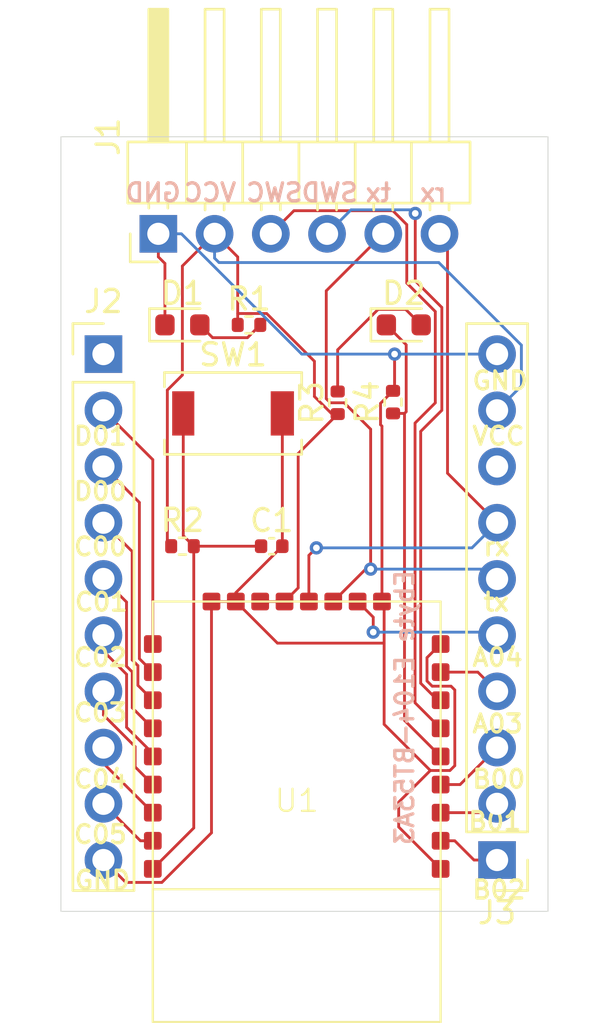
<source format=kicad_pcb>
(kicad_pcb (version 20241229) (generator "pcbnew") (generator_version "9.0")
  (layers (0 "F.Cu" signal "Front") (2 "B.Cu" signal "Back") (13 "F.Paste" user) (15 "B.Paste" user) (5 "F.SilkS" user "F.Silkscreen") (7 "B.SilkS" user "B.Silkscreen") (1 "F.Mask" user) (3 "B.Mask" user) (25 "Edge.Cuts" user))
  (net 0 "")
  (net 1 "GND")
  (net 2 "RST")
  (net 3 "Net-(D1-A)")
  (net 4 "Net-(D2-A)")
  (net 5 "usr_led")
  (net 6 "tx")
  (net 7 "swdclk")
  (net 8 "VCC")
  (net 9 "rx")
  (net 10 "swdio")
  (net 11 "PC02")
  (net 12 "PD01")
  (net 13 "PC03")
  (net 14 "PC05")
  (net 16 "PD00")
  (net 17 "PC00")
  (net 18 "PC01")
  (net 19 "PC04")
  (net 20 "PB02")
  (net 22 "PA04")
  (net 23 "PB00")
  (net 24 "PB01")
  (net 25 "PA03")
  (footprint "LED_SMD:LED_0603_1608Metric" (layer "F.Cu") (at 135.485 82.5)
    (property "Reference" "D2" (at 0 -1.43 0) (layer "F.SilkS"))
    (property "Value" "LED")
    (fp_line (start -1.485 -0.735) (end -1.485 0.735) (stroke (width 0.12)) (layer "F.SilkS"))
    (fp_line (start -1.485 0.735) (end 0.8 0.735) (stroke (width 0.12)) (layer "F.SilkS"))
    (fp_line (start 0.8 -0.735) (end -1.485 -0.735) (stroke (width 0.12)) (layer "F.SilkS"))
    (pad "1" smd roundrect (at -0.7875 0) (size 0.875 0.95) (layers "F.Cu" "F.Mask" "F.Paste") (net 5 "usr_led"))
    (pad "2" smd roundrect (at 0.7875 0) (size 0.875 0.95) (layers "F.Cu" "F.Mask" "F.Paste") (net 4 "Net-(D2-A)"))
  )
  (footprint "efr32bg_breakout_stuff:E104-BT53A3_module" (layer "F.Cu") (at 130.65 104.5)
    (property "Reference" "U1" (at 0 -0.5 0) (layer "F.SilkS") (effects (font (thickness 0.1))))
    (property "Value" "E104-BT53A3")
    (fp_line (start -6.5 -9.5) (end 6.5 -9.5) (stroke (width 0.1)) (layer "F.SilkS"))
    (fp_line (start -6.5 9.5) (end -6.5 -9.5) (stroke (width 0.1)) (layer "F.SilkS"))
    (fp_line (start 6.5 -9.5) (end 6.5 9.5) (stroke (width 0.1)) (layer "F.SilkS"))
    (fp_line (start 6.5 9.5) (end -6.5 9.5) (stroke (width 0.1)) (layer "F.SilkS"))
    (fp_rect (start -6.5 3.5) (end 6.5 9.5) (stroke (width 0.1)) (fill no) (layer "F.SilkS"))
    (pad "1" smd roundrect (at 6.5 2.58) (size 0.8 0.8) (layers "F.Cu" "F.Mask" "F.Paste") (roundrect_rratio 0.15) (net 1 "GND"))
    (pad "2" smd roundrect (at 6.5 1.31) (size 0.8 0.8) (layers "F.Cu" "F.Mask" "F.Paste") (roundrect_rratio 0.15) (net 20 "PB02"))
    (pad "3" smd roundrect (at 6.5 0.04) (size 0.8 0.8) (layers "F.Cu" "F.Mask" "F.Paste") (roundrect_rratio 0.15) (net 24 "PB01"))
    (pad "4" smd roundrect (at 6.5 -1.23) (size 0.8 0.8) (layers "F.Cu" "F.Mask" "F.Paste") (roundrect_rratio 0.15) (net 23 "PB00"))
    (pad "5" smd roundrect (at 6.5 -2.5) (size 0.8 0.8) (layers "F.Cu" "F.Mask" "F.Paste") (roundrect_rratio 0.15) (net 5 "usr_led"))
    (pad "6" smd roundrect (at 6.5 -3.77) (size 0.8 0.8) (layers "F.Cu" "F.Mask" "F.Paste") (roundrect_rratio 0.15) (net 7 "swdclk"))
    (pad "7" smd roundrect (at 6.5 -5.04) (size 0.8 0.8) (layers "F.Cu" "F.Mask" "F.Paste") (roundrect_rratio 0.15) (net 10 "swdio"))
    (pad "8" smd roundrect (at 6.5 -6.31) (size 0.8 0.8) (layers "F.Cu" "F.Mask" "F.Paste") (roundrect_rratio 0.15) (net 25 "PA03"))
    (pad "9" smd roundrect (at 6.5 -7.58) (size 0.8 0.8) (layers "F.Cu" "F.Mask" "F.Paste") (roundrect_rratio 0.15) (net 1 "GND"))
    (pad "10" smd roundrect (at 3.85 -9.5) (size 0.8 0.8) (layers "F.Cu" "F.Mask" "F.Paste") (roundrect_rratio 0.15) (net 1 "GND"))
    (pad "11" smd roundrect (at 2.75 -9.5) (size 0.8 0.8) (layers "F.Cu" "F.Mask" "F.Paste") (roundrect_rratio 0.15) (net 22 "PA04"))
    (pad "12" smd roundrect (at 1.65 -9.5) (size 0.8 0.8) (layers "F.Cu" "F.Mask" "F.Paste") (roundrect_rratio 0.15) (net 6 "tx"))
    (pad "13" smd roundrect (at 0.55 -9.5) (size 0.8 0.8) (layers "F.Cu" "F.Mask" "F.Paste") (roundrect_rratio 0.15) (net 9 "rx"))
    (pad "14" smd roundrect (at -0.55 -9.5) (size 0.8 0.8) (layers "F.Cu" "F.Mask" "F.Paste") (roundrect_rratio 0.15) (net 8 "VCC"))
    (pad "15" smd roundrect (at -1.65 -9.5) (size 0.8 0.8) (layers "F.Cu" "F.Mask" "F.Paste") (roundrect_rratio 0.15) (net 8 "VCC"))
    (pad "16" smd roundrect (at -2.75 -9.5) (size 0.8 0.8) (layers "F.Cu" "F.Mask" "F.Paste") (roundrect_rratio 0.15) (net 1 "GND"))
    (pad "17" smd roundrect (at -3.85 -9.5) (size 0.8 0.8) (layers "F.Cu" "F.Mask" "F.Paste") (roundrect_rratio 0.15) (net 1 "GND"))
    (pad "18" smd roundrect (at -6.5 -7.58) (size 0.8 0.8) (layers "F.Cu" "F.Mask" "F.Paste") (roundrect_rratio 0.15) (net 12 "PD01"))
    (pad "19" smd roundrect (at -6.5 -6.31) (size 0.8 0.8) (layers "F.Cu" "F.Mask" "F.Paste") (roundrect_rratio 0.15) (net 16 "PD00"))
    (pad "20" smd roundrect (at -6.5 -5.04) (size 0.8 0.8) (layers "F.Cu" "F.Mask" "F.Paste") (roundrect_rratio 0.15) (net 17 "PC00"))
    (pad "21" smd roundrect (at -6.5 -3.77) (size 0.8 0.8) (layers "F.Cu" "F.Mask" "F.Paste") (roundrect_rratio 0.15) (net 18 "PC01"))
    (pad "22" smd roundrect (at -6.5 -2.5) (size 0.8 0.8) (layers "F.Cu" "F.Mask" "F.Paste") (roundrect_rratio 0.15) (net 11 "PC02"))
    (pad "23" smd roundrect (at -6.5 -1.23) (size 0.8 0.8) (layers "F.Cu" "F.Mask" "F.Paste") (roundrect_rratio 0.15) (net 13 "PC03"))
    (pad "24" smd roundrect (at -6.5 0.04) (size 0.8 0.8) (layers "F.Cu" "F.Mask" "F.Paste") (roundrect_rratio 0.15) (net 19 "PC04"))
    (pad "25" smd roundrect (at -6.5 1.31) (size 0.8 0.8) (layers "F.Cu" "F.Mask" "F.Paste") (roundrect_rratio 0.15) (net 14 "PC05"))
    (pad "26" smd roundrect (at -6.5 2.58) (size 0.8 0.8) (layers "F.Cu" "F.Mask" "F.Paste") (roundrect_rratio 0.15) (net 2 "RST"))
  )
  (footprint "Connector_PinHeader_2.54mm:PinHeader_1x10_P2.54mm_Vertical" (layer "F.Cu") (at 139.7 106.68 180)
    (property "Reference" "J3" (at 0 -2.38 0) (layer "F.SilkS"))
    (property "Value" "Conn_01x10")
    (fp_line (start 1.38 1.27) (end 1.38 24.24) (stroke (width 0.12)) (layer "F.SilkS"))
    (fp_line (start -1.38 24.24) (end 1.38 24.24) (stroke (width 0.12)) (layer "F.SilkS"))
    (fp_line (start -1.38 1.27) (end 1.38 1.27) (stroke (width 0.12)) (layer "F.SilkS"))
    (fp_line (start -1.38 1.27) (end -1.38 24.24) (stroke (width 0.12)) (layer "F.SilkS"))
    (fp_line (start -1.38 0) (end -1.38 -1.38) (stroke (width 0.12)) (layer "F.SilkS"))
    (fp_line (start -1.38 -1.38) (end 0 -1.38) (stroke (width 0.12)) (layer "F.SilkS"))
    (pad "1" thru_hole rect (at 0 0 180) (size 1.7 1.7) (drill 1) (layers "*.Cu" "*.Mask") (net 20 "PB02"))
    (pad "2" thru_hole circle (at 0 2.54 180) (size 1.7 1.7) (drill 1) (layers "*.Cu" "*.Mask") (net 24 "PB01"))
    (pad "3" thru_hole circle (at 0 5.08 180) (size 1.7 1.7) (drill 1) (layers "*.Cu" "*.Mask") (net 23 "PB00"))
    (pad "4" thru_hole circle (at 0 7.62 180) (size 1.7 1.7) (drill 1) (layers "*.Cu" "*.Mask") (net 25 "PA03"))
    (pad "5" thru_hole circle (at 0 10.16 180) (size 1.7 1.7) (drill 1) (layers "*.Cu" "*.Mask") (net 22 "PA04"))
    (pad "6" thru_hole circle (at 0 12.7 180) (size 1.7 1.7) (drill 1) (layers "*.Cu" "*.Mask") (net 6 "tx"))
    (pad "7" thru_hole circle (at 0 15.24 180) (size 1.7 1.7) (drill 1) (layers "*.Cu" "*.Mask") (net 9 "rx"))
    (pad "8" thru_hole circle (at 0 17.78 180) (size 1.7 1.7) (drill 1) (layers "*.Cu" "*.Mask"))
    (pad "9" thru_hole circle (at 0 20.32 180) (size 1.7 1.7) (drill 1) (layers "*.Cu" "*.Mask") (net 8 "VCC"))
    (pad "10" thru_hole circle (at 0 22.86 180) (size 1.7 1.7) (drill 1) (layers "*.Cu" "*.Mask") (net 1 "GND"))
  )
  (footprint "Capacitor_SMD:C_0402_1005Metric" (layer "F.Cu") (at 129.52 92.5)
    (property "Reference" "C1" (at 0 -1.16 0) (layer "F.SilkS"))
    (property "Value" "0.1uF")
    (fp_line (start -0.107836 -0.36) (end 0.107836 -0.36) (stroke (width 0.12)) (layer "F.SilkS"))
    (fp_line (start -0.107836 0.36) (end 0.107836 0.36) (stroke (width 0.12)) (layer "F.SilkS"))
    (pad "1" smd roundrect (at -0.48 0) (size 0.56 0.62) (layers "F.Cu" "F.Mask" "F.Paste") (net 2 "RST"))
    (pad "2" smd roundrect (at 0.48 0) (size 0.56 0.62) (layers "F.Cu" "F.Mask" "F.Paste") (net 1 "GND"))
  )
  (footprint "Resistor_SMD:R_0402_1005Metric" (layer "F.Cu") (at 125.49 92.5)
    (property "Reference" "R2" (at 0 -1.17 0) (layer "F.SilkS"))
    (property "Value" "100K")
    (fp_line (start -0.153641 -0.38) (end 0.153641 -0.38) (stroke (width 0.12)) (layer "F.SilkS"))
    (fp_line (start -0.153641 0.38) (end 0.153641 0.38) (stroke (width 0.12)) (layer "F.SilkS"))
    (pad "1" smd roundrect (at -0.51 0) (size 0.54 0.64) (layers "F.Cu" "F.Mask" "F.Paste") (net 8 "VCC"))
    (pad "2" smd roundrect (at 0.51 0) (size 0.54 0.64) (layers "F.Cu" "F.Mask" "F.Paste") (net 2 "RST"))
  )
  (footprint "LED_SMD:LED_0603_1608Metric" (layer "F.Cu") (at 125.485 82.5)
    (property "Reference" "D1" (at 0 -1.43 0) (layer "F.SilkS"))
    (property "Value" "LED")
    (fp_line (start -1.485 -0.735) (end -1.485 0.735) (stroke (width 0.12)) (layer "F.SilkS"))
    (fp_line (start -1.485 0.735) (end 0.8 0.735) (stroke (width 0.12)) (layer "F.SilkS"))
    (fp_line (start 0.8 -0.735) (end -1.485 -0.735) (stroke (width 0.12)) (layer "F.SilkS"))
    (pad "1" smd roundrect (at -0.7875 0) (size 0.875 0.95) (layers "F.Cu" "F.Mask" "F.Paste") (net 1 "GND"))
    (pad "2" smd roundrect (at 0.7875 0) (size 0.875 0.95) (layers "F.Cu" "F.Mask" "F.Paste") (net 3 "Net-(D1-A)"))
  )
  (footprint "Resistor_SMD:R_0402_1005Metric" (layer "F.Cu") (at 132.5 86.02 90)
    (property "Reference" "R3" (at 0 -1.17 90) (layer "F.SilkS"))
    (property "Value" "330")
    (fp_line (start -0.153641 -0.38) (end 0.153641 -0.38) (stroke (width 0.12)) (layer "F.SilkS"))
    (fp_line (start -0.153641 0.38) (end 0.153641 0.38) (stroke (width 0.12)) (layer "F.SilkS"))
    (pad "1" smd roundrect (at -0.51 0 90) (size 0.54 0.64) (layers "F.Cu" "F.Mask" "F.Paste") (net 8 "VCC"))
    (pad "2" smd roundrect (at 0.51 0 90) (size 0.54 0.64) (layers "F.Cu" "F.Mask" "F.Paste") (net 4 "Net-(D2-A)"))
  )
  (footprint "efr32bg_breakout_stuff:SW_SPST_TS-1088-AR02016" (layer "F.Cu") (at 127.775 86.5)
    (property "Reference" "SW1" (at 0 -2.65 0) (layer "F.SilkS"))
    (property "Value" "SW_Push")
    (fp_line (start -3.1 -1.85) (end -3.1 -1.2) (stroke (width 0.12)) (layer "F.SilkS"))
    (fp_line (start -3.1 1.2) (end -3.1 1.85) (stroke (width 0.12)) (layer "F.SilkS"))
    (fp_line (start -3.1 1.85) (end 3.1 1.85) (stroke (width 0.12)) (layer "F.SilkS"))
    (fp_line (start 3.1 -1.85) (end -3.1 -1.85) (stroke (width 0.12)) (layer "F.SilkS"))
    (fp_line (start 3.1 -1.85) (end 3.1 -1.2) (stroke (width 0.12)) (layer "F.SilkS"))
    (fp_line (start 3.1 1.85) (end 3.1 1.2) (stroke (width 0.12)) (layer "F.SilkS"))
    (pad "1" smd rect (at -2.25 0) (size 1 2) (layers "F.Cu" "F.Mask" "F.Paste") (net 2 "RST"))
    (pad "2" smd rect (at 2.225 0) (size 1.05 2) (layers "F.Cu" "F.Mask" "F.Paste") (net 1 "GND"))
  )
  (footprint "Connector_PinHeader_2.54mm:PinHeader_1x06_P2.54mm_Horizontal" (layer "F.Cu") (at 124.4 78.385 90)
    (property "Reference" "J1" (at 4.385 -2.27 90) (layer "F.SilkS"))
    (property "Value" "Conn_01x06")
    (fp_line (start 4.15 -1.38) (end 1.39 -1.38) (stroke (width 0.12)) (layer "F.SilkS"))
    (fp_line (start 1.39 -1.38) (end 1.39 14.08) (stroke (width 0.12)) (layer "F.SilkS"))
    (fp_line (start -1.27 -1.27) (end 0 -1.27) (stroke (width 0.12)) (layer "F.SilkS"))
    (fp_line (start 1.16 -0.43) (end 1.39 -0.43) (stroke (width 0.12)) (layer "F.SilkS"))
    (fp_line (start -1.27 0) (end -1.27 -1.27) (stroke (width 0.12)) (layer "F.SilkS"))
    (fp_line (start 1.16 0.43) (end 1.39 0.43) (stroke (width 0.12)) (layer "F.SilkS"))
    (fp_line (start 1.39 1.27) (end 4.15 1.27) (stroke (width 0.12)) (layer "F.SilkS"))
    (fp_line (start 10.15 2.11) (end 10.15 2.97) (stroke (width 0.12)) (layer "F.SilkS"))
    (fp_line (start 4.15 2.11) (end 10.15 2.11) (stroke (width 0.12)) (layer "F.SilkS"))
    (fp_line (start 1.077358 2.11) (end 1.39 2.11) (stroke (width 0.12)) (layer "F.SilkS"))
    (fp_line (start 10.15 2.97) (end 4.15 2.97) (stroke (width 0.12)) (layer "F.SilkS"))
    (fp_line (start 1.077358 2.97) (end 1.39 2.97) (stroke (width 0.12)) (layer "F.SilkS"))
    (fp_line (start 1.39 3.81) (end 4.15 3.81) (stroke (width 0.12)) (layer "F.SilkS"))
    (fp_line (start 10.15 4.65) (end 10.15 5.51) (stroke (width 0.12)) (layer "F.SilkS"))
    (fp_line (start 4.15 4.65) (end 10.15 4.65) (stroke (width 0.12)) (layer "F.SilkS"))
    (fp_line (start 1.077358 4.65) (end 1.39 4.65) (stroke (width 0.12)) (layer "F.SilkS"))
    (fp_line (start 10.15 5.51) (end 4.15 5.51) (stroke (width 0.12)) (layer "F.SilkS"))
    (fp_line (start 1.077358 5.51) (end 1.39 5.51) (stroke (width 0.12)) (layer "F.SilkS"))
    (fp_line (start 1.39 6.35) (end 4.15 6.35) (stroke (width 0.12)) (layer "F.SilkS"))
    (fp_line (start 10.15 7.19) (end 10.15 8.05) (stroke (width 0.12)) (layer "F.SilkS"))
    (fp_line (start 4.15 7.19) (end 10.15 7.19) (stroke (width 0.12)) (layer "F.SilkS"))
    (fp_line (start 1.077358 7.19) (end 1.39 7.19) (stroke (width 0.12)) (layer "F.SilkS"))
    (fp_line (start 10.15 8.05) (end 4.15 8.05) (stroke (width 0.12)) (layer "F.SilkS"))
    (fp_line (start 1.077358 8.05) (end 1.39 8.05) (stroke (width 0.12)) (layer "F.SilkS"))
    (fp_line (start 1.39 8.89) (end 4.15 8.89) (stroke (width 0.12)) (layer "F.SilkS"))
    (fp_line (start 10.15 9.73) (end 10.15 10.59) (stroke (width 0.12)) (layer "F.SilkS"))
    (fp_line (start 4.15 9.73) (end 10.15 9.73) (stroke (width 0.12)) (layer "F.SilkS"))
    (fp_line (start 1.077358 9.73) (end 1.39 9.73) (stroke (width 0.12)) (layer "F.SilkS"))
    (fp_line (start 10.15 10.59) (end 4.15 10.59) (stroke (width 0.12)) (layer "F.SilkS"))
    (fp_line (start 1.077358 10.59) (end 1.39 10.59) (stroke (width 0.12)) (layer "F.SilkS"))
    (fp_line (start 1.39 11.43) (end 4.15 11.43) (stroke (width 0.12)) (layer "F.SilkS"))
    (fp_line (start 10.15 12.27) (end 10.15 13.13) (stroke (width 0.12)) (layer "F.SilkS"))
    (fp_line (start 4.15 12.27) (end 10.15 12.27) (stroke (width 0.12)) (layer "F.SilkS"))
    (fp_line (start 1.077358 12.27) (end 1.39 12.27) (stroke (width 0.12)) (layer "F.SilkS"))
    (fp_line (start 10.15 13.13) (end 4.15 13.13) (stroke (width 0.12)) (layer "F.SilkS"))
    (fp_line (start 1.077358 13.13) (end 1.39 13.13) (stroke (width 0.12)) (layer "F.SilkS"))
    (fp_line (start 4.15 14.08) (end 4.15 -1.38) (stroke (width 0.12)) (layer "F.SilkS"))
    (fp_line (start 1.39 14.08) (end 4.15 14.08) (stroke (width 0.12)) (layer "F.SilkS"))
    (fp_rect (start 4.15 -0.43) (end 10.15 0.43) (stroke (width 0.12)) (fill yes) (layer "F.SilkS"))
    (pad "1" thru_hole rect (at 0 0 90) (size 1.7 1.7) (drill 1) (layers "*.Cu" "*.Mask") (net 1 "GND"))
    (pad "2" thru_hole circle (at 0 2.54 90) (size 1.7 1.7) (drill 1) (layers "*.Cu" "*.Mask") (net 8 "VCC"))
    (pad "3" thru_hole circle (at 0 5.08 90) (size 1.7 1.7) (drill 1) (layers "*.Cu" "*.Mask") (net 7 "swdclk"))
    (pad "4" thru_hole circle (at 0 7.62 90) (size 1.7 1.7) (drill 1) (layers "*.Cu" "*.Mask") (net 10 "swdio"))
    (pad "5" thru_hole circle (at 0 10.16 90) (size 1.7 1.7) (drill 1) (layers "*.Cu" "*.Mask") (net 6 "tx"))
    (pad "6" thru_hole circle (at 0 12.7 90) (size 1.7 1.7) (drill 1) (layers "*.Cu" "*.Mask") (net 9 "rx"))
  )
  (footprint "Resistor_SMD:R_0402_1005Metric" (layer "F.Cu") (at 128.495 82.5)
    (property "Reference" "R1" (at 0 -1.17 0) (layer "F.SilkS"))
    (property "Value" "1K")
    (fp_line (start -0.153641 -0.38) (end 0.153641 -0.38) (stroke (width 0.12)) (layer "F.SilkS"))
    (fp_line (start -0.153641 0.38) (end 0.153641 0.38) (stroke (width 0.12)) (layer "F.SilkS"))
    (pad "1" smd roundrect (at -0.51 0) (size 0.54 0.64) (layers "F.Cu" "F.Mask" "F.Paste") (net 8 "VCC"))
    (pad "2" smd roundrect (at 0.51 0) (size 0.54 0.64) (layers "F.Cu" "F.Mask" "F.Paste") (net 3 "Net-(D1-A)"))
  )
  (footprint "Resistor_SMD:R_0402_1005Metric" (layer "F.Cu") (at 135 85.99 90)
    (property "Reference" "R4" (at 0 -1.17 90) (layer "F.SilkS"))
    (property "Value" "1K")
    (fp_line (start -0.153641 -0.38) (end 0.153641 -0.38) (stroke (width 0.12)) (layer "F.SilkS"))
    (fp_line (start -0.153641 0.38) (end 0.153641 0.38) (stroke (width 0.12)) (layer "F.SilkS"))
    (pad "1" smd roundrect (at -0.51 0 90) (size 0.54 0.64) (layers "F.Cu" "F.Mask" "F.Paste") (net 5 "usr_led"))
    (pad "2" smd roundrect (at 0.51 0 90) (size 0.54 0.64) (layers "F.Cu" "F.Mask" "F.Paste") (net 1 "GND"))
  )
  (footprint "Connector_PinHeader_2.54mm:PinHeader_1x10_P2.54mm_Vertical" (layer "F.Cu") (at 121.92 83.82)
    (property "Reference" "J2" (at 0 -2.38 0) (layer "F.SilkS"))
    (property "Value" "Conn_01x10")
    (fp_line (start -1.38 -1.38) (end 0 -1.38) (stroke (width 0.12)) (layer "F.SilkS"))
    (fp_line (start -1.38 0) (end -1.38 -1.38) (stroke (width 0.12)) (layer "F.SilkS"))
    (fp_line (start -1.38 1.27) (end -1.38 24.24) (stroke (width 0.12)) (layer "F.SilkS"))
    (fp_line (start -1.38 1.27) (end 1.38 1.27) (stroke (width 0.12)) (layer "F.SilkS"))
    (fp_line (start -1.38 24.24) (end 1.38 24.24) (stroke (width 0.12)) (layer "F.SilkS"))
    (fp_line (start 1.38 1.27) (end 1.38 24.24) (stroke (width 0.12)) (layer "F.SilkS"))
    (pad "1" thru_hole rect (at 0 0) (size 1.7 1.7) (drill 1) (layers "*.Cu" "*.Mask"))
    (pad "2" thru_hole circle (at 0 2.54) (size 1.7 1.7) (drill 1) (layers "*.Cu" "*.Mask") (net 12 "PD01"))
    (pad "3" thru_hole circle (at 0 5.08) (size 1.7 1.7) (drill 1) (layers "*.Cu" "*.Mask") (net 16 "PD00"))
    (pad "4" thru_hole circle (at 0 7.62) (size 1.7 1.7) (drill 1) (layers "*.Cu" "*.Mask") (net 17 "PC00"))
    (pad "5" thru_hole circle (at 0 10.16) (size 1.7 1.7) (drill 1) (layers "*.Cu" "*.Mask") (net 18 "PC01"))
    (pad "6" thru_hole circle (at 0 12.7) (size 1.7 1.7) (drill 1) (layers "*.Cu" "*.Mask") (net 11 "PC02"))
    (pad "7" thru_hole circle (at 0 15.24) (size 1.7 1.7) (drill 1) (layers "*.Cu" "*.Mask") (net 13 "PC03"))
    (pad "8" thru_hole circle (at 0 17.78) (size 1.7 1.7) (drill 1) (layers "*.Cu" "*.Mask") (net 19 "PC04"))
    (pad "9" thru_hole circle (at 0 20.32) (size 1.7 1.7) (drill 1) (layers "*.Cu" "*.Mask") (net 14 "PC05"))
    (pad "10" thru_hole circle (at 0 22.86) (size 1.7 1.7) (drill 1) (layers "*.Cu" "*.Mask") (net 1 "GND"))
  )
  (gr_line (start 120 74) (end 120 109) (stroke (width 0.0381)) (layer "Edge.Cuts"))
  (gr_line (start 142 74) (end 120 74) (stroke (width 0.0381)) (layer "Edge.Cuts"))
  (gr_line (start 120 109) (end 142 109) (stroke (width 0.0381)) (layer "Edge.Cuts"))
  (gr_line (start 142 109) (end 142 74) (stroke (width 0.0381)) (layer "Edge.Cuts"))
  (gr_text "GND" (at 120.54 108.06 0) (layer "F.SilkS") (effects (font (size 0.8128 0.8128) (thickness 0.1524) (bold yes)) (justify left bottom)))
  (gr_text "A03" (at 138.5 101 0) (layer "F.SilkS") (effects (font (size 0.8128 0.8128) (thickness 0.1524) (bold yes)) (justify left bottom)))
  (gr_text "C05" (at 120.5 106 0) (layer "F.SilkS") (effects (font (size 0.8128 0.8128) (thickness 0.1524) (bold yes)) (justify left bottom)))
  (gr_text "rx" (at 139 93 0) (layer "F.SilkS") (effects (font (size 0.8128 0.8128) (thickness 0.1524) (bold yes)) (justify left bottom)))
  (gr_text "D00" (at 120.5 90.5 0) (layer "F.SilkS") (effects (font (size 0.8128 0.8128) (thickness 0.1524) (bold yes)) (justify left bottom)))
  (gr_text "B00" (at 138.5 103.5 0) (layer "F.SilkS") (effects (font (size 0.8128 0.8128) (thickness 0.1524) (bold yes)) (justify left bottom)))
  (gr_text "C02" (at 120.5 98 0) (layer "F.SilkS") (effects (font (size 0.8128 0.8128) (thickness 0.1524) (bold yes)) (justify left bottom)))
  (gr_text "C04" (at 120.5 103.5 0) (layer "F.SilkS") (effects (font (size 0.8128 0.8128) (thickness 0.1524) (bold yes)) (justify left bottom)))
  (gr_text "C01" (at 120.54 95.5 0) (layer "F.SilkS") (effects (font (size 0.8128 0.8128) (thickness 0.1524) (bold yes)) (justify left bottom)))
  (gr_text "C00" (at 120.5 93 0) (layer "F.SilkS") (effects (font (size 0.8128 0.8128) (thickness 0.1524) (bold yes)) (justify left bottom)))
  (gr_text "D01" (at 120.5 88 0) (layer "F.SilkS") (effects (font (size 0.8128 0.8128) (thickness 0.1524) (bold yes)) (justify left bottom)))
  (gr_text "C03" (at 120.5 100.5 0) (layer "F.SilkS") (effects (font (size 0.8128 0.8128) (thickness 0.1524) (bold yes)) (justify left bottom)))
  (gr_text "tx" (at 139 95.5 0) (layer "F.SilkS") (effects (font (size 0.8128 0.8128) (thickness 0.1524) (bold yes)) (justify left bottom)))
  (gr_text "VCC" (at 138.5 88 0) (layer "F.SilkS") (effects (font (size 0.8128 0.8128) (thickness 0.1524) (bold yes)) (justify left bottom)))
  (gr_text "B02" (at 138.5 108.5 0) (layer "F.SilkS") (effects (font (size 0.8128 0.8128) (thickness 0.1524) (bold yes)) (justify left bottom)))
  (gr_text "GND" (at 138.5 85.5 0) (layer "F.SilkS") (effects (font (size 0.8128 0.8128) (thickness 0.1524) (bold yes)) (justify left bottom)))
  (gr_text "A04" (at 138.5 98 0) (layer "F.SilkS") (effects (font (size 0.8128 0.8128) (thickness 0.1524) (bold yes)) (justify left bottom)))
  (gr_text "B01" (at 138.32 105.41 0) (layer "F.SilkS") (effects (font (size 0.8128 0.8128) (thickness 0.1524) (bold yes)) (justify left bottom)))
  (gr_text "SWD" (at 133.5 77 0) (layer "B.SilkS") (effects (font (size 0.8128 0.8128) (thickness 0.1524) (bold yes)) (justify left bottom mirror)))
  (gr_text "tx" (at 135 77 0) (layer "B.SilkS") (effects (font (size 0.8128 0.8128) (thickness 0.1524) (bold yes)) (justify left bottom mirror)))
  (gr_text "VCC" (at 128 77 0) (layer "B.SilkS") (effects (font (size 0.8128 0.8128) (thickness 0.1524) (bold yes)) (justify left bottom mirror)))
  (gr_text "rx" (at 137.5 77 0) (layer "B.SilkS") (effects (font (size 0.8128 0.8128) (thickness 0.1524) (bold yes)) (justify left bottom mirror)))
  (gr_text "Ebyte E104-BT53A3" (at 136 93.5 90) (layer "B.SilkS") (effects (font (size 0.8128 0.8128) (thickness 0.1524) (bold yes)) (justify left bottom mirror)))
  (gr_text "GND" (at 125.5 77 0) (layer "B.SilkS") (effects (font (size 0.8128 0.8128) (thickness 0.1524) (bold yes)) (justify left bottom mirror)))
  (gr_text "SWC" (at 131 77 0) (layer "B.SilkS") (effects (font (size 0.8128 0.8128) (thickness 0.1524) (bold yes)) (justify left bottom mirror)))
  (segment (start 134.598 95.098) (end 134.5 95) (width 0.127) (layer "F.Cu") (net 1))
  (segment (start 136.6853 102.635) (end 135.257 104.0633) (width 0.127) (layer "F.Cu") (net 1))
  (segment (start 134.598 100.5477) (end 134.598 96.8798) (width 0.127) (layer "F.Cu") (net 1))
  (segment (start 127.9 95) (end 129.7798 96.8798) (width 0.127) (layer "F.Cu") (net 1))
  (segment (start 129.7798 96.8798) (end 134.598 96.8798) (width 0.127) (layer "F.Cu") (net 1))
  (segment (start 137.6197 98.825) (end 136.7692 98.825) (width 0.127) (layer "F.Cu") (net 1))
  (segment (start 136.5347 98.5905) (end 136.5347 97.5353) (width 0.127) (layer "F.Cu") (net 1))
  (segment (start 134.4364 86.0436) (end 135 85.48) (width 0.127) (layer "F.Cu") (net 1))
  (segment (start 124.4 78.385) (end 124.4 79.4272) (width 0.127) (layer "F.Cu") (net 1))
  (segment (start 134.5 87.0747) (end 134.4364 87.0111) (width 0.127) (layer "F.Cu") (net 1))
  (segment (start 137.7911 102.415) (end 137.7911 98.9964) (width 0.127) (layer "F.Cu") (net 1))
  (segment (start 124.4 79.4272) (end 124.6975 79.7247) (width 0.127) (layer "F.Cu") (net 1))
  (segment (start 127.9 94.6) (end 130 92.5) (width 0.127) (layer "F.Cu") (net 1))
  (segment (start 127.9 95) (end 127.9 94.6) (width 0.127) (layer "F.Cu") (net 1))
  (segment (start 135.0709 83.82) (end 135.0709 85.4091) (width 0.127) (layer "F.Cu") (net 1))
  (segment (start 135.257 104.0633) (end 135.257 105.187) (width 0.127) (layer "F.Cu") (net 1))
  (segment (start 124.6975 79.7247) (end 124.6975 82.5) (width 0.127) (layer "F.Cu") (net 1))
  (segment (start 121.92 106.68) (end 122.9319 107.6919) (width 0.127) (layer "F.Cu") (net 1))
  (segment (start 136.7692 98.825) (end 136.5347 98.5905) (width 0.127) (layer "F.Cu") (net 1))
  (segment (start 136.5347 97.5353) (end 137.15 96.92) (width 0.127) (layer "F.Cu") (net 1))
  (segment (start 134.598 96.8798) (end 134.598 95.098) (width 0.127) (layer "F.Cu") (net 1))
  (segment (start 135.0709 85.4091) (end 135 85.48) (width 0.127) (layer "F.Cu") (net 1))
  (segment (start 137.7911 98.9964) (end 137.6197 98.825) (width 0.127) (layer "F.Cu") (net 1))
  (segment (start 122.9319 107.6919) (end 124.5594 107.6919) (width 0.127) (layer "F.Cu") (net 1))
  (segment (start 134.5 95) (end 134.5 87.0747) (width 0.127) (layer "F.Cu") (net 1))
  (segment (start 134.4364 87.0111) (end 134.4364 86.0436) (width 0.127) (layer "F.Cu") (net 1))
  (segment (start 135.257 105.187) (end 137.15 107.08) (width 0.127) (layer "F.Cu") (net 1))
  (segment (start 136.6853 102.635) (end 137.5711 102.635) (width 0.127) (layer "F.Cu") (net 1))
  (segment (start 124.5594 107.6919) (end 126.8 105.4513) (width 0.127) (layer "F.Cu") (net 1))
  (segment (start 126.8 105.4513) (end 126.8 95) (width 0.127) (layer "F.Cu") (net 1))
  (segment (start 130 92.5) (end 130 86.5) (width 0.127) (layer "F.Cu") (net 1))
  (segment (start 126.8 95) (end 127.9 95) (width 0.127) (layer "F.Cu") (net 1))
  (segment (start 136.6853 102.635) (end 134.598 100.5477) (width 0.127) (layer "F.Cu") (net 1))
  (segment (start 137.5711 102.635) (end 137.7911 102.415) (width 0.127) (layer "F.Cu") (net 1))
  (via (at 135.0709 83.82) (size 0.6) (drill 0.3) (layers "F.Cu" "B.Cu") (net 1))
  (segment (start 130.8772 83.82) (end 135.0709 83.82) (width 0.127) (layer "B.Cu") (net 1))
  (segment (start 125.4422 78.385) (end 130.8772 83.82) (width 0.127) (layer "B.Cu") (net 1))
  (segment (start 135.0709 83.82) (end 139.7 83.82) (width 0.127) (layer "B.Cu") (net 1))
  (segment (start 124.4 78.385) (end 125.4422 78.385) (width 0.127) (layer "B.Cu") (net 1))
  (segment (start 126 105.23) (end 124.15 107.08) (width 0.127) (layer "F.Cu") (net 2))
  (segment (start 129.04 92.5) (end 126 92.5) (width 0.127) (layer "F.Cu") (net 2))
  (segment (start 125.525 92.025) (end 125.525 86.5) (width 0.127) (layer "F.Cu") (net 2))
  (segment (start 126 92.5) (end 125.525 92.025) (width 0.127) (layer "F.Cu") (net 2))
  (segment (start 126 92.5) (end 126 105.23) (width 0.127) (layer "F.Cu") (net 2))
  (segment (start 129.005 82.5) (end 128.4269 83.0781) (width 0.127) (layer "F.Cu") (net 3))
  (segment (start 126.8506 83.0781) (end 126.2725 82.5) (width 0.127) (layer "F.Cu") (net 3))
  (segment (start 128.4269 83.0781) (end 126.8506 83.0781) (width 0.127) (layer "F.Cu") (net 3))
  (segment (start 135.5738 81.8013) (end 134.3244 81.8013) (width 0.127) (layer "F.Cu") (net 4))
  (segment (start 132.5 83.6257) (end 132.5 85.51) (width 0.127) (layer "F.Cu") (net 4))
  (segment (start 134.3244 81.8013) (end 132.5 83.6257) (width 0.127) (layer "F.Cu") (net 4))
  (segment (start 136.2725 82.5) (end 135.5738 81.8013) (width 0.127) (layer "F.Cu") (net 4))
  (segment (start 137.15 102) (end 135.519 100.369) (width 0.127) (layer "F.Cu") (net 5))
  (segment (start 134.6975 82.5) (end 135.5948 83.3973) (width 0.127) (layer "F.Cu") (net 5))
  (segment (start 135.519 100.369) (end 135.519 86.5) (width 0.127) (layer "F.Cu") (net 5))
  (segment (start 135.519 86.5) (end 135 86.5) (width 0.127) (layer "F.Cu") (net 5))
  (segment (start 135.5948 83.3973) (end 135.5948 86.4242) (width 0.127) (layer "F.Cu") (net 5))
  (segment (start 135.5948 86.4242) (end 135.519 86.5) (width 0.127) (layer "F.Cu") (net 5))
  (segment (start 133.9901 87.2138) (end 133.9901 93.5359) (width 0.127) (layer "F.Cu") (net 6))
  (segment (start 132.7963 86.02) (end 133.9901 87.2138) (width 0.127) (layer "F.Cu") (net 6))
  (segment (start 132.3 95) (end 133.7641 93.5359) (width 0.127) (layer "F.Cu") (net 6))
  (segment (start 133.7641 93.5359) (end 133.9901 93.5359) (width 0.127) (layer "F.Cu") (net 6))
  (segment (start 131.9844 85.8348) (end 132.1696 86.02) (width 0.127) (layer "F.Cu") (net 6))
  (segment (start 131.9844 80.9606) (end 131.9844 85.8348) (width 0.127) (layer "F.Cu") (net 6))
  (segment (start 132.1696 86.02) (end 132.7963 86.02) (width 0.127) (layer "F.Cu") (net 6))
  (segment (start 134.56 78.385) (end 131.9844 80.9606) (width 0.127) (layer "F.Cu") (net 6))
  (via (at 133.9901 93.5359) (size 0.6) (drill 0.3) (layers "F.Cu" "B.Cu") (net 6))
  (segment (start 139.2559 93.5359) (end 139.7 93.98) (width 0.127) (layer "B.Cu") (net 6))
  (segment (start 133.9901 93.5359) (end 139.2559 93.5359) (width 0.127) (layer "B.Cu") (net 6))
  (segment (start 135.9945 99.5745) (end 137.15 100.73) (width 0.127) (layer "F.Cu") (net 7))
  (segment (start 134.9936 77.3407) (end 135.6216 77.9687) (width 0.127) (layer "F.Cu") (net 7))
  (segment (start 130.5243 77.3407) (end 134.9936 77.3407) (width 0.127) (layer "F.Cu") (net 7))
  (segment (start 136.9094 81.8971) (end 136.9094 86.0224) (width 0.127) (layer "F.Cu") (net 7))
  (segment (start 135.6216 80.6093) (end 136.9094 81.8971) (width 0.127) (layer "F.Cu") (net 7))
  (segment (start 129.48 78.385) (end 130.5243 77.3407) (width 0.127) (layer "F.Cu") (net 7))
  (segment (start 136.9094 86.0224) (end 135.9945 86.9373) (width 0.127) (layer "F.Cu") (net 7))
  (segment (start 135.9945 86.9373) (end 135.9945 99.5745) (width 0.127) (layer "F.Cu") (net 7))
  (segment (start 135.6216 77.9687) (end 135.6216 80.6093) (width 0.127) (layer "F.Cu") (net 7))
  (segment (start 124.8057 85.4475) (end 124.8057 92.3257) (width 0.127) (layer "F.Cu") (net 8))
  (segment (start 127.985 82.5) (end 127.985 81.9856) (width 0.127) (layer "F.Cu") (net 8))
  (segment (start 129 95) (end 130.1 95) (width 0.127) (layer "F.Cu") (net 8))
  (segment (start 132.2443 86.53) (end 132.5 86.53) (width 0.127) (layer "F.Cu") (net 8))
  (segment (start 127.985 81.9856) (end 127.985 79.43) (width 0.127) (layer "F.Cu") (net 8))
  (segment (start 127.985 81.9856) (end 129.2921 81.9856) (width 0.127) (layer "F.Cu") (net 8))
  (segment (start 129.2921 81.9856) (end 131.4501 84.1436) (width 0.127) (layer "F.Cu") (net 8))
  (segment (start 130.7157 94.3843) (end 130.7157 88.3143) (width 0.127) (layer "F.Cu") (net 8))
  (segment (start 130.7157 88.3143) (end 132.5 86.53) (width 0.127) (layer "F.Cu") (net 8))
  (segment (start 127.985 79.43) (end 126.94 78.385) (width 0.127) (layer "F.Cu") (net 8))
  (segment (start 126.94 78.385) (end 125.485 79.84) (width 0.127) (layer "F.Cu") (net 8))
  (segment (start 124.8057 92.3257) (end 124.98 92.5) (width 0.127) (layer "F.Cu") (net 8))
  (segment (start 125.485 84.7682) (end 124.8057 85.4475) (width 0.127) (layer "F.Cu") (net 8))
  (segment (start 130.1 95) (end 130.7157 94.3843) (width 0.127) (layer "F.Cu") (net 8))
  (segment (start 125.485 79.84) (end 125.485 84.7682) (width 0.127) (layer "F.Cu") (net 8))
  (segment (start 131.4501 85.7358) (end 132.2443 86.53) (width 0.127) (layer "F.Cu") (net 8))
  (segment (start 131.4501 84.1436) (end 131.4501 85.7358) (width 0.127) (layer "F.Cu") (net 8))
  (segment (start 140.7981 85.2619) (end 139.7 86.36) (width 0.127) (layer "B.Cu") (net 8))
  (segment (start 126.94 78.385) (end 126.94 79.4841) (width 0.127) (layer "B.Cu") (net 8))
  (segment (start 126.94 79.4841) (end 127.1388 79.6829) (width 0.127) (layer "B.Cu") (net 8))
  (segment (start 137.0673 79.6829) (end 140.7981 83.4137) (width 0.127) (layer "B.Cu") (net 8))
  (segment (start 140.7981 83.4137) (end 140.7981 85.2619) (width 0.127) (layer "B.Cu") (net 8))
  (segment (start 127.1388 79.6829) (end 137.0673 79.6829) (width 0.127) (layer "B.Cu") (net 8))
  (segment (start 137.4616 78.7466) (end 137.1 78.385) (width 0.127) (layer "F.Cu") (net 9))
  (segment (start 139.7 91.44) (end 137.4616 89.2016) (width 0.127) (layer "F.Cu") (net 9))
  (segment (start 131.2 92.914) (end 131.5387 92.5753) (width 0.127) (layer "F.Cu") (net 9))
  (segment (start 137.4616 89.2016) (end 137.4616 78.7466) (width 0.127) (layer "F.Cu") (net 9))
  (segment (start 131.2 95) (end 131.2 92.914) (width 0.127) (layer "F.Cu") (net 9))
  (via (at 131.5387 92.5753) (size 0.6) (drill 0.3) (layers "F.Cu" "B.Cu") (net 9))
  (segment (start 131.5387 92.5753) (end 138.5647 92.5753) (width 0.127) (layer "B.Cu") (net 9))
  (segment (start 138.5647 92.5753) (end 139.7 91.44) (width 0.127) (layer "B.Cu") (net 9))
  (segment (start 136.2502 87.3131) (end 136.2502 98.6926) (width 0.127) (layer "F.Cu") (net 10))
  (segment (start 136.0043 77.4632) (end 136.0043 77.3008) (width 0.127) (layer "F.Cu") (net 10))
  (segment (start 137.2059 81.7125) (end 137.2059 86.3574) (width 0.127) (layer "F.Cu") (net 10))
  (segment (start 136.0043 77.4632) (end 136.0043 80.5109) (width 0.127) (layer "F.Cu") (net 10))
  (segment (start 136.2502 98.6926) (end 137.0176 99.46) (width 0.127) (layer "F.Cu") (net 10))
  (segment (start 137.2059 86.3574) (end 136.2502 87.3131) (width 0.127) (layer "F.Cu") (net 10))
  (segment (start 136.0043 77.3008) (end 136.0043 77.4632) (width 0.127) (layer "F.Cu") (net 10))
  (segment (start 137.0176 99.46) (end 137.15 99.46) (width 0.127) (layer "F.Cu") (net 10))
  (segment (start 136.0043 80.5109) (end 137.2059 81.7125) (width 0.127) (layer "F.Cu") (net 10))
  (via (at 136.0043 77.4632) (size 0.6) (drill 0.3) (layers "F.Cu" "B.Cu") (net 10))
  (segment (start 136.0043 77.4632) (end 136.0043 77.3008) (width 0.127) (layer "B.Cu") (net 10))
  (segment (start 132.02 78.385) (end 133.1042 77.3008) (width 0.127) (layer "B.Cu") (net 10))
  (segment (start 135.8419 77.3008) (end 136.0043 77.4632) (width 0.127) (layer "B.Cu") (net 10))
  (segment (start 133.1042 77.3008) (end 135.8419 77.3008) (width 0.127) (layer "B.Cu") (net 10))
  (segment (start 136.0043 77.3008) (end 136.0043 77.4632) (width 0.127) (layer "B.Cu") (net 10))
  (segment (start 122.9653 100.6826) (end 124.15 101.8673) (width 0.127) (layer "F.Cu") (net 11))
  (segment (start 121.92 97.2432) (end 122.9653 98.2885) (width 0.127) (layer "F.Cu") (net 11))
  (segment (start 122.9653 98.2885) (end 122.9653 100.6826) (width 0.127) (layer "F.Cu") (net 11))
  (segment (start 124.15 101.8673) (end 124.15 102) (width 0.127) (layer "F.Cu") (net 11))
  (segment (start 121.92 96.52) (end 121.92 97.2432) (width 0.127) (layer "F.Cu") (net 11))
  (segment (start 124.15 88.59) (end 124.15 96.92) (width 0.127) (layer "F.Cu") (net 12))
  (segment (start 121.92 86.36) (end 124.15 88.59) (width 0.127) (layer "F.Cu") (net 12))
  (segment (start 123.3497 102.4697) (end 124.15 103.27) (width 0.127) (layer "F.Cu") (net 13))
  (segment (start 121.92 99.06) (end 121.92 100.1261) (width 0.127) (layer "F.Cu") (net 13))
  (segment (start 121.92 100.1261) (end 123.3497 101.5558) (width 0.127) (layer "F.Cu") (net 13))
  (segment (start 123.3497 101.5558) (end 123.3497 102.4697) (width 0.127) (layer "F.Cu") (net 13))
  (segment (start 121.92 104.14) (end 123.59 105.81) (width 0.127) (layer "F.Cu") (net 14))
  (segment (start 123.59 105.81) (end 124.15 105.81) (width 0.127) (layer "F.Cu") (net 14))
  (segment (start 123.5434 90.5234) (end 123.5434 97.5834) (width 0.127) (layer "F.Cu") (net 16))
  (segment (start 123.5434 97.5834) (end 124.15 98.19) (width 0.127) (layer "F.Cu") (net 16))
  (segment (start 121.92 88.9) (end 123.5434 90.5234) (width 0.127) (layer "F.Cu") (net 16))
  (segment (start 123.4767 98.7867) (end 123.4767 97.897) (width 0.127) (layer "F.Cu") (net 17))
  (segment (start 123.2179 92.7379) (end 121.92 91.44) (width 0.127) (layer "F.Cu") (net 17))
  (segment (start 123.4767 97.897) (end 123.2179 97.6382) (width 0.127) (layer "F.Cu") (net 17))
  (segment (start 123.2179 97.6382) (end 123.2179 92.7379) (width 0.127) (layer "F.Cu") (net 17))
  (segment (start 124.15 99.46) (end 123.4767 98.7867) (width 0.127) (layer "F.Cu") (net 17))
  (segment (start 123.221 98.1826) (end 123.221 99.801) (width 0.127) (layer "F.Cu") (net 18))
  (segment (start 121.92 93.98) (end 122.9622 95.0222) (width 0.127) (layer "F.Cu") (net 18))
  (segment (start 122.9622 95.0222) (end 122.9622 97.9238) (width 0.127) (layer "F.Cu") (net 18))
  (segment (start 123.221 99.801) (end 124.15 100.73) (width 0.127) (layer "F.Cu") (net 18))
  (segment (start 122.9622 97.9238) (end 123.221 98.1826) (width 0.127) (layer "F.Cu") (net 18))
  (segment (start 121.92 102.31) (end 121.92 101.6) (width 0.127) (layer "F.Cu") (net 19))
  (segment (start 124.15 104.54) (end 121.92 102.31) (width 0.127) (layer "F.Cu") (net 19))
  (segment (start 137.15 105.81) (end 137.7878 105.81) (width 0.127) (layer "F.Cu") (net 20))
  (segment (start 137.7878 105.81) (end 138.6578 106.68) (width 0.127) (layer "F.Cu") (net 20))
  (segment (start 139.7 106.68) (end 138.6578 106.68) (width 0.127) (layer "F.Cu") (net 20))
  (segment (start 133.4 95) (end 134.1058 95.7058) (width 0.127) (layer "F.Cu") (net 22))
  (segment (start 134.1058 95.7058) (end 134.1058 96.3834) (width 0.127) (layer "F.Cu") (net 22))
  (via (at 134.1058 96.3834) (size 0.6) (drill 0.3) (layers "F.Cu" "B.Cu") (net 22))
  (segment (start 139.5634 96.3834) (end 139.7 96.52) (width 0.127) (layer "B.Cu") (net 22))
  (segment (start 134.1058 96.3834) (end 139.5634 96.3834) (width 0.127) (layer "B.Cu") (net 22))
  (segment (start 138.6449 102.6572) (end 138.6449 102.6551) (width 0.127) (layer "F.Cu") (net 23))
  (segment (start 138.6449 102.6551) (end 139.7 101.6) (width 0.127) (layer "F.Cu") (net 23))
  (segment (start 138.03 103.27) (end 138.4093 102.8907) (width 0.127) (layer "F.Cu") (net 23))
  (segment (start 138.4093 102.8907) (end 138.4114 102.8907) (width 0.127) (layer "F.Cu") (net 23))
  (segment (start 137.15 103.27) (end 138.03 103.27) (width 0.127) (layer "F.Cu") (net 23))
  (segment (start 138.4114 102.8907) (end 138.6449 102.6572) (width 0.127) (layer "F.Cu") (net 23))
  (segment (start 139.3 104.54) (end 139.7 104.14) (width 0.127) (layer "F.Cu") (net 24))
  (segment (start 137.15 104.54) (end 139.3 104.54) (width 0.127) (layer "F.Cu") (net 24))
  (segment (start 138.83 98.19) (end 137.15 98.19) (width 0.127) (layer "F.Cu") (net 25))
  (segment (start 139.7 99.06) (end 138.83 98.19) (width 0.127) (layer "F.Cu") (net 25))
)
</source>
